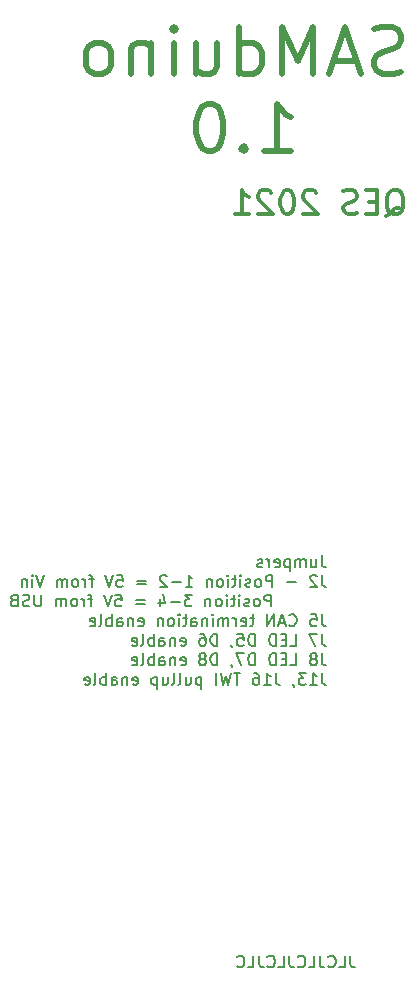
<source format=gbr>
G04 #@! TF.GenerationSoftware,KiCad,Pcbnew,(5.1.8)-1*
G04 #@! TF.CreationDate,2021-10-16T18:10:37-06:00*
G04 #@! TF.ProjectId,SAMduino,53414d64-7569-46e6-9f2e-6b696361645f,rev?*
G04 #@! TF.SameCoordinates,Original*
G04 #@! TF.FileFunction,Legend,Bot*
G04 #@! TF.FilePolarity,Positive*
%FSLAX46Y46*%
G04 Gerber Fmt 4.6, Leading zero omitted, Abs format (unit mm)*
G04 Created by KiCad (PCBNEW (5.1.8)-1) date 2021-10-16 18:10:37*
%MOMM*%
%LPD*%
G01*
G04 APERTURE LIST*
%ADD10C,0.160000*%
%ADD11C,0.300000*%
%ADD12C,0.500000*%
G04 APERTURE END LIST*
D10*
X64119047Y-148802380D02*
X64119047Y-149516666D01*
X64166666Y-149659523D01*
X64261904Y-149754761D01*
X64404761Y-149802380D01*
X64500000Y-149802380D01*
X63166666Y-149802380D02*
X63642857Y-149802380D01*
X63642857Y-148802380D01*
X62261904Y-149707142D02*
X62309523Y-149754761D01*
X62452380Y-149802380D01*
X62547619Y-149802380D01*
X62690476Y-149754761D01*
X62785714Y-149659523D01*
X62833333Y-149564285D01*
X62880952Y-149373809D01*
X62880952Y-149230952D01*
X62833333Y-149040476D01*
X62785714Y-148945238D01*
X62690476Y-148850000D01*
X62547619Y-148802380D01*
X62452380Y-148802380D01*
X62309523Y-148850000D01*
X62261904Y-148897619D01*
X61547619Y-148802380D02*
X61547619Y-149516666D01*
X61595238Y-149659523D01*
X61690476Y-149754761D01*
X61833333Y-149802380D01*
X61928571Y-149802380D01*
X60595238Y-149802380D02*
X61071428Y-149802380D01*
X61071428Y-148802380D01*
X59690476Y-149707142D02*
X59738095Y-149754761D01*
X59880952Y-149802380D01*
X59976190Y-149802380D01*
X60119047Y-149754761D01*
X60214285Y-149659523D01*
X60261904Y-149564285D01*
X60309523Y-149373809D01*
X60309523Y-149230952D01*
X60261904Y-149040476D01*
X60214285Y-148945238D01*
X60119047Y-148850000D01*
X59976190Y-148802380D01*
X59880952Y-148802380D01*
X59738095Y-148850000D01*
X59690476Y-148897619D01*
X58976190Y-148802380D02*
X58976190Y-149516666D01*
X59023809Y-149659523D01*
X59119047Y-149754761D01*
X59261904Y-149802380D01*
X59357142Y-149802380D01*
X58023809Y-149802380D02*
X58500000Y-149802380D01*
X58500000Y-148802380D01*
X57119047Y-149707142D02*
X57166666Y-149754761D01*
X57309523Y-149802380D01*
X57404761Y-149802380D01*
X57547619Y-149754761D01*
X57642857Y-149659523D01*
X57690476Y-149564285D01*
X57738095Y-149373809D01*
X57738095Y-149230952D01*
X57690476Y-149040476D01*
X57642857Y-148945238D01*
X57547619Y-148850000D01*
X57404761Y-148802380D01*
X57309523Y-148802380D01*
X57166666Y-148850000D01*
X57119047Y-148897619D01*
X56404761Y-148802380D02*
X56404761Y-149516666D01*
X56452380Y-149659523D01*
X56547619Y-149754761D01*
X56690476Y-149802380D01*
X56785714Y-149802380D01*
X55452380Y-149802380D02*
X55928571Y-149802380D01*
X55928571Y-148802380D01*
X54547619Y-149707142D02*
X54595238Y-149754761D01*
X54738095Y-149802380D01*
X54833333Y-149802380D01*
X54976190Y-149754761D01*
X55071428Y-149659523D01*
X55119047Y-149564285D01*
X55166666Y-149373809D01*
X55166666Y-149230952D01*
X55119047Y-149040476D01*
X55071428Y-148945238D01*
X54976190Y-148850000D01*
X54833333Y-148802380D01*
X54738095Y-148802380D01*
X54595238Y-148850000D01*
X54547619Y-148897619D01*
D11*
X67166666Y-86195238D02*
X67357142Y-86100000D01*
X67547619Y-85909523D01*
X67833333Y-85623809D01*
X68023809Y-85528571D01*
X68214285Y-85528571D01*
X68119047Y-86004761D02*
X68309523Y-85909523D01*
X68500000Y-85719047D01*
X68595238Y-85338095D01*
X68595238Y-84671428D01*
X68500000Y-84290476D01*
X68309523Y-84100000D01*
X68119047Y-84004761D01*
X67738095Y-84004761D01*
X67547619Y-84100000D01*
X67357142Y-84290476D01*
X67261904Y-84671428D01*
X67261904Y-85338095D01*
X67357142Y-85719047D01*
X67547619Y-85909523D01*
X67738095Y-86004761D01*
X68119047Y-86004761D01*
X66404761Y-84957142D02*
X65738095Y-84957142D01*
X65452380Y-86004761D02*
X66404761Y-86004761D01*
X66404761Y-84004761D01*
X65452380Y-84004761D01*
X64690476Y-85909523D02*
X64404761Y-86004761D01*
X63928571Y-86004761D01*
X63738095Y-85909523D01*
X63642857Y-85814285D01*
X63547619Y-85623809D01*
X63547619Y-85433333D01*
X63642857Y-85242857D01*
X63738095Y-85147619D01*
X63928571Y-85052380D01*
X64309523Y-84957142D01*
X64500000Y-84861904D01*
X64595238Y-84766666D01*
X64690476Y-84576190D01*
X64690476Y-84385714D01*
X64595238Y-84195238D01*
X64500000Y-84100000D01*
X64309523Y-84004761D01*
X63833333Y-84004761D01*
X63547619Y-84100000D01*
X61261904Y-84195238D02*
X61166666Y-84100000D01*
X60976190Y-84004761D01*
X60500000Y-84004761D01*
X60309523Y-84100000D01*
X60214285Y-84195238D01*
X60119047Y-84385714D01*
X60119047Y-84576190D01*
X60214285Y-84861904D01*
X61357142Y-86004761D01*
X60119047Y-86004761D01*
X58880952Y-84004761D02*
X58690476Y-84004761D01*
X58500000Y-84100000D01*
X58404761Y-84195238D01*
X58309523Y-84385714D01*
X58214285Y-84766666D01*
X58214285Y-85242857D01*
X58309523Y-85623809D01*
X58404761Y-85814285D01*
X58500000Y-85909523D01*
X58690476Y-86004761D01*
X58880952Y-86004761D01*
X59071428Y-85909523D01*
X59166666Y-85814285D01*
X59261904Y-85623809D01*
X59357142Y-85242857D01*
X59357142Y-84766666D01*
X59261904Y-84385714D01*
X59166666Y-84195238D01*
X59071428Y-84100000D01*
X58880952Y-84004761D01*
X57452380Y-84195238D02*
X57357142Y-84100000D01*
X57166666Y-84004761D01*
X56690476Y-84004761D01*
X56500000Y-84100000D01*
X56404761Y-84195238D01*
X56309523Y-84385714D01*
X56309523Y-84576190D01*
X56404761Y-84861904D01*
X57547619Y-86004761D01*
X56309523Y-86004761D01*
X54404761Y-86004761D02*
X55547619Y-86004761D01*
X54976190Y-86004761D02*
X54976190Y-84004761D01*
X55166666Y-84290476D01*
X55357142Y-84480952D01*
X55547619Y-84576190D01*
D10*
X61722190Y-114922380D02*
X61722190Y-115636666D01*
X61769809Y-115779523D01*
X61865047Y-115874761D01*
X62007904Y-115922380D01*
X62103142Y-115922380D01*
X60817428Y-115255714D02*
X60817428Y-115922380D01*
X61246000Y-115255714D02*
X61246000Y-115779523D01*
X61198380Y-115874761D01*
X61103142Y-115922380D01*
X60960285Y-115922380D01*
X60865047Y-115874761D01*
X60817428Y-115827142D01*
X60341238Y-115922380D02*
X60341238Y-115255714D01*
X60341238Y-115350952D02*
X60293619Y-115303333D01*
X60198380Y-115255714D01*
X60055523Y-115255714D01*
X59960285Y-115303333D01*
X59912666Y-115398571D01*
X59912666Y-115922380D01*
X59912666Y-115398571D02*
X59865047Y-115303333D01*
X59769809Y-115255714D01*
X59626952Y-115255714D01*
X59531714Y-115303333D01*
X59484095Y-115398571D01*
X59484095Y-115922380D01*
X59007904Y-115255714D02*
X59007904Y-116255714D01*
X59007904Y-115303333D02*
X58912666Y-115255714D01*
X58722190Y-115255714D01*
X58626952Y-115303333D01*
X58579333Y-115350952D01*
X58531714Y-115446190D01*
X58531714Y-115731904D01*
X58579333Y-115827142D01*
X58626952Y-115874761D01*
X58722190Y-115922380D01*
X58912666Y-115922380D01*
X59007904Y-115874761D01*
X57722190Y-115874761D02*
X57817428Y-115922380D01*
X58007904Y-115922380D01*
X58103142Y-115874761D01*
X58150761Y-115779523D01*
X58150761Y-115398571D01*
X58103142Y-115303333D01*
X58007904Y-115255714D01*
X57817428Y-115255714D01*
X57722190Y-115303333D01*
X57674571Y-115398571D01*
X57674571Y-115493809D01*
X58150761Y-115589047D01*
X57246000Y-115922380D02*
X57246000Y-115255714D01*
X57246000Y-115446190D02*
X57198380Y-115350952D01*
X57150761Y-115303333D01*
X57055523Y-115255714D01*
X56960285Y-115255714D01*
X56674571Y-115874761D02*
X56579333Y-115922380D01*
X56388857Y-115922380D01*
X56293619Y-115874761D01*
X56246000Y-115779523D01*
X56246000Y-115731904D01*
X56293619Y-115636666D01*
X56388857Y-115589047D01*
X56531714Y-115589047D01*
X56626952Y-115541428D01*
X56674571Y-115446190D01*
X56674571Y-115398571D01*
X56626952Y-115303333D01*
X56531714Y-115255714D01*
X56388857Y-115255714D01*
X56293619Y-115303333D01*
X61722190Y-116582380D02*
X61722190Y-117296666D01*
X61769809Y-117439523D01*
X61865047Y-117534761D01*
X62007904Y-117582380D01*
X62103142Y-117582380D01*
X61293619Y-116677619D02*
X61246000Y-116630000D01*
X61150761Y-116582380D01*
X60912666Y-116582380D01*
X60817428Y-116630000D01*
X60769809Y-116677619D01*
X60722190Y-116772857D01*
X60722190Y-116868095D01*
X60769809Y-117010952D01*
X61341238Y-117582380D01*
X60722190Y-117582380D01*
X59531714Y-117201428D02*
X58769809Y-117201428D01*
X57531714Y-117582380D02*
X57531714Y-116582380D01*
X57150761Y-116582380D01*
X57055523Y-116630000D01*
X57007904Y-116677619D01*
X56960285Y-116772857D01*
X56960285Y-116915714D01*
X57007904Y-117010952D01*
X57055523Y-117058571D01*
X57150761Y-117106190D01*
X57531714Y-117106190D01*
X56388857Y-117582380D02*
X56484095Y-117534761D01*
X56531714Y-117487142D01*
X56579333Y-117391904D01*
X56579333Y-117106190D01*
X56531714Y-117010952D01*
X56484095Y-116963333D01*
X56388857Y-116915714D01*
X56246000Y-116915714D01*
X56150761Y-116963333D01*
X56103142Y-117010952D01*
X56055523Y-117106190D01*
X56055523Y-117391904D01*
X56103142Y-117487142D01*
X56150761Y-117534761D01*
X56246000Y-117582380D01*
X56388857Y-117582380D01*
X55674571Y-117534761D02*
X55579333Y-117582380D01*
X55388857Y-117582380D01*
X55293619Y-117534761D01*
X55246000Y-117439523D01*
X55246000Y-117391904D01*
X55293619Y-117296666D01*
X55388857Y-117249047D01*
X55531714Y-117249047D01*
X55626952Y-117201428D01*
X55674571Y-117106190D01*
X55674571Y-117058571D01*
X55626952Y-116963333D01*
X55531714Y-116915714D01*
X55388857Y-116915714D01*
X55293619Y-116963333D01*
X54817428Y-117582380D02*
X54817428Y-116915714D01*
X54817428Y-116582380D02*
X54865047Y-116630000D01*
X54817428Y-116677619D01*
X54769809Y-116630000D01*
X54817428Y-116582380D01*
X54817428Y-116677619D01*
X54484095Y-116915714D02*
X54103142Y-116915714D01*
X54341238Y-116582380D02*
X54341238Y-117439523D01*
X54293619Y-117534761D01*
X54198380Y-117582380D01*
X54103142Y-117582380D01*
X53769809Y-117582380D02*
X53769809Y-116915714D01*
X53769809Y-116582380D02*
X53817428Y-116630000D01*
X53769809Y-116677619D01*
X53722190Y-116630000D01*
X53769809Y-116582380D01*
X53769809Y-116677619D01*
X53150761Y-117582380D02*
X53246000Y-117534761D01*
X53293619Y-117487142D01*
X53341238Y-117391904D01*
X53341238Y-117106190D01*
X53293619Y-117010952D01*
X53246000Y-116963333D01*
X53150761Y-116915714D01*
X53007904Y-116915714D01*
X52912666Y-116963333D01*
X52865047Y-117010952D01*
X52817428Y-117106190D01*
X52817428Y-117391904D01*
X52865047Y-117487142D01*
X52912666Y-117534761D01*
X53007904Y-117582380D01*
X53150761Y-117582380D01*
X52388857Y-116915714D02*
X52388857Y-117582380D01*
X52388857Y-117010952D02*
X52341238Y-116963333D01*
X52246000Y-116915714D01*
X52103142Y-116915714D01*
X52007904Y-116963333D01*
X51960285Y-117058571D01*
X51960285Y-117582380D01*
X50198380Y-117582380D02*
X50769809Y-117582380D01*
X50484095Y-117582380D02*
X50484095Y-116582380D01*
X50579333Y-116725238D01*
X50674571Y-116820476D01*
X50769809Y-116868095D01*
X49769809Y-117201428D02*
X49007904Y-117201428D01*
X48579333Y-116677619D02*
X48531714Y-116630000D01*
X48436476Y-116582380D01*
X48198380Y-116582380D01*
X48103142Y-116630000D01*
X48055523Y-116677619D01*
X48007904Y-116772857D01*
X48007904Y-116868095D01*
X48055523Y-117010952D01*
X48626952Y-117582380D01*
X48007904Y-117582380D01*
X46817428Y-117058571D02*
X46055523Y-117058571D01*
X46055523Y-117344285D02*
X46817428Y-117344285D01*
X44341238Y-116582380D02*
X44817428Y-116582380D01*
X44865047Y-117058571D01*
X44817428Y-117010952D01*
X44722190Y-116963333D01*
X44484095Y-116963333D01*
X44388857Y-117010952D01*
X44341238Y-117058571D01*
X44293619Y-117153809D01*
X44293619Y-117391904D01*
X44341238Y-117487142D01*
X44388857Y-117534761D01*
X44484095Y-117582380D01*
X44722190Y-117582380D01*
X44817428Y-117534761D01*
X44865047Y-117487142D01*
X44007904Y-116582380D02*
X43674571Y-117582380D01*
X43341238Y-116582380D01*
X42388857Y-116915714D02*
X42007904Y-116915714D01*
X42246000Y-117582380D02*
X42246000Y-116725238D01*
X42198380Y-116630000D01*
X42103142Y-116582380D01*
X42007904Y-116582380D01*
X41674571Y-117582380D02*
X41674571Y-116915714D01*
X41674571Y-117106190D02*
X41626952Y-117010952D01*
X41579333Y-116963333D01*
X41484095Y-116915714D01*
X41388857Y-116915714D01*
X40912666Y-117582380D02*
X41007904Y-117534761D01*
X41055523Y-117487142D01*
X41103142Y-117391904D01*
X41103142Y-117106190D01*
X41055523Y-117010952D01*
X41007904Y-116963333D01*
X40912666Y-116915714D01*
X40769809Y-116915714D01*
X40674571Y-116963333D01*
X40626952Y-117010952D01*
X40579333Y-117106190D01*
X40579333Y-117391904D01*
X40626952Y-117487142D01*
X40674571Y-117534761D01*
X40769809Y-117582380D01*
X40912666Y-117582380D01*
X40150761Y-117582380D02*
X40150761Y-116915714D01*
X40150761Y-117010952D02*
X40103142Y-116963333D01*
X40007904Y-116915714D01*
X39865047Y-116915714D01*
X39769809Y-116963333D01*
X39722190Y-117058571D01*
X39722190Y-117582380D01*
X39722190Y-117058571D02*
X39674571Y-116963333D01*
X39579333Y-116915714D01*
X39436476Y-116915714D01*
X39341238Y-116963333D01*
X39293619Y-117058571D01*
X39293619Y-117582380D01*
X38198380Y-116582380D02*
X37865047Y-117582380D01*
X37531714Y-116582380D01*
X37198380Y-117582380D02*
X37198380Y-116915714D01*
X37198380Y-116582380D02*
X37246000Y-116630000D01*
X37198380Y-116677619D01*
X37150761Y-116630000D01*
X37198380Y-116582380D01*
X37198380Y-116677619D01*
X36722190Y-116915714D02*
X36722190Y-117582380D01*
X36722190Y-117010952D02*
X36674571Y-116963333D01*
X36579333Y-116915714D01*
X36436476Y-116915714D01*
X36341238Y-116963333D01*
X36293619Y-117058571D01*
X36293619Y-117582380D01*
X57436476Y-119242380D02*
X57436476Y-118242380D01*
X57055523Y-118242380D01*
X56960285Y-118290000D01*
X56912666Y-118337619D01*
X56865047Y-118432857D01*
X56865047Y-118575714D01*
X56912666Y-118670952D01*
X56960285Y-118718571D01*
X57055523Y-118766190D01*
X57436476Y-118766190D01*
X56293619Y-119242380D02*
X56388857Y-119194761D01*
X56436476Y-119147142D01*
X56484095Y-119051904D01*
X56484095Y-118766190D01*
X56436476Y-118670952D01*
X56388857Y-118623333D01*
X56293619Y-118575714D01*
X56150761Y-118575714D01*
X56055523Y-118623333D01*
X56007904Y-118670952D01*
X55960285Y-118766190D01*
X55960285Y-119051904D01*
X56007904Y-119147142D01*
X56055523Y-119194761D01*
X56150761Y-119242380D01*
X56293619Y-119242380D01*
X55579333Y-119194761D02*
X55484095Y-119242380D01*
X55293619Y-119242380D01*
X55198380Y-119194761D01*
X55150761Y-119099523D01*
X55150761Y-119051904D01*
X55198380Y-118956666D01*
X55293619Y-118909047D01*
X55436476Y-118909047D01*
X55531714Y-118861428D01*
X55579333Y-118766190D01*
X55579333Y-118718571D01*
X55531714Y-118623333D01*
X55436476Y-118575714D01*
X55293619Y-118575714D01*
X55198380Y-118623333D01*
X54722190Y-119242380D02*
X54722190Y-118575714D01*
X54722190Y-118242380D02*
X54769809Y-118290000D01*
X54722190Y-118337619D01*
X54674571Y-118290000D01*
X54722190Y-118242380D01*
X54722190Y-118337619D01*
X54388857Y-118575714D02*
X54007904Y-118575714D01*
X54246000Y-118242380D02*
X54246000Y-119099523D01*
X54198380Y-119194761D01*
X54103142Y-119242380D01*
X54007904Y-119242380D01*
X53674571Y-119242380D02*
X53674571Y-118575714D01*
X53674571Y-118242380D02*
X53722190Y-118290000D01*
X53674571Y-118337619D01*
X53626952Y-118290000D01*
X53674571Y-118242380D01*
X53674571Y-118337619D01*
X53055523Y-119242380D02*
X53150761Y-119194761D01*
X53198380Y-119147142D01*
X53246000Y-119051904D01*
X53246000Y-118766190D01*
X53198380Y-118670952D01*
X53150761Y-118623333D01*
X53055523Y-118575714D01*
X52912666Y-118575714D01*
X52817428Y-118623333D01*
X52769809Y-118670952D01*
X52722190Y-118766190D01*
X52722190Y-119051904D01*
X52769809Y-119147142D01*
X52817428Y-119194761D01*
X52912666Y-119242380D01*
X53055523Y-119242380D01*
X52293619Y-118575714D02*
X52293619Y-119242380D01*
X52293619Y-118670952D02*
X52246000Y-118623333D01*
X52150761Y-118575714D01*
X52007904Y-118575714D01*
X51912666Y-118623333D01*
X51865047Y-118718571D01*
X51865047Y-119242380D01*
X50722190Y-118242380D02*
X50103142Y-118242380D01*
X50436476Y-118623333D01*
X50293619Y-118623333D01*
X50198380Y-118670952D01*
X50150761Y-118718571D01*
X50103142Y-118813809D01*
X50103142Y-119051904D01*
X50150761Y-119147142D01*
X50198380Y-119194761D01*
X50293619Y-119242380D01*
X50579333Y-119242380D01*
X50674571Y-119194761D01*
X50722190Y-119147142D01*
X49674571Y-118861428D02*
X48912666Y-118861428D01*
X48007904Y-118575714D02*
X48007904Y-119242380D01*
X48246000Y-118194761D02*
X48484095Y-118909047D01*
X47865047Y-118909047D01*
X46722190Y-118718571D02*
X45960285Y-118718571D01*
X45960285Y-119004285D02*
X46722190Y-119004285D01*
X44246000Y-118242380D02*
X44722190Y-118242380D01*
X44769809Y-118718571D01*
X44722190Y-118670952D01*
X44626952Y-118623333D01*
X44388857Y-118623333D01*
X44293619Y-118670952D01*
X44246000Y-118718571D01*
X44198380Y-118813809D01*
X44198380Y-119051904D01*
X44246000Y-119147142D01*
X44293619Y-119194761D01*
X44388857Y-119242380D01*
X44626952Y-119242380D01*
X44722190Y-119194761D01*
X44769809Y-119147142D01*
X43912666Y-118242380D02*
X43579333Y-119242380D01*
X43246000Y-118242380D01*
X42293619Y-118575714D02*
X41912666Y-118575714D01*
X42150761Y-119242380D02*
X42150761Y-118385238D01*
X42103142Y-118290000D01*
X42007904Y-118242380D01*
X41912666Y-118242380D01*
X41579333Y-119242380D02*
X41579333Y-118575714D01*
X41579333Y-118766190D02*
X41531714Y-118670952D01*
X41484095Y-118623333D01*
X41388857Y-118575714D01*
X41293619Y-118575714D01*
X40817428Y-119242380D02*
X40912666Y-119194761D01*
X40960285Y-119147142D01*
X41007904Y-119051904D01*
X41007904Y-118766190D01*
X40960285Y-118670952D01*
X40912666Y-118623333D01*
X40817428Y-118575714D01*
X40674571Y-118575714D01*
X40579333Y-118623333D01*
X40531714Y-118670952D01*
X40484095Y-118766190D01*
X40484095Y-119051904D01*
X40531714Y-119147142D01*
X40579333Y-119194761D01*
X40674571Y-119242380D01*
X40817428Y-119242380D01*
X40055523Y-119242380D02*
X40055523Y-118575714D01*
X40055523Y-118670952D02*
X40007904Y-118623333D01*
X39912666Y-118575714D01*
X39769809Y-118575714D01*
X39674571Y-118623333D01*
X39626952Y-118718571D01*
X39626952Y-119242380D01*
X39626952Y-118718571D02*
X39579333Y-118623333D01*
X39484095Y-118575714D01*
X39341238Y-118575714D01*
X39246000Y-118623333D01*
X39198380Y-118718571D01*
X39198380Y-119242380D01*
X37960285Y-118242380D02*
X37960285Y-119051904D01*
X37912666Y-119147142D01*
X37865047Y-119194761D01*
X37769809Y-119242380D01*
X37579333Y-119242380D01*
X37484095Y-119194761D01*
X37436476Y-119147142D01*
X37388857Y-119051904D01*
X37388857Y-118242380D01*
X36960285Y-119194761D02*
X36817428Y-119242380D01*
X36579333Y-119242380D01*
X36484095Y-119194761D01*
X36436476Y-119147142D01*
X36388857Y-119051904D01*
X36388857Y-118956666D01*
X36436476Y-118861428D01*
X36484095Y-118813809D01*
X36579333Y-118766190D01*
X36769809Y-118718571D01*
X36865047Y-118670952D01*
X36912666Y-118623333D01*
X36960285Y-118528095D01*
X36960285Y-118432857D01*
X36912666Y-118337619D01*
X36865047Y-118290000D01*
X36769809Y-118242380D01*
X36531714Y-118242380D01*
X36388857Y-118290000D01*
X35626952Y-118718571D02*
X35484095Y-118766190D01*
X35436476Y-118813809D01*
X35388857Y-118909047D01*
X35388857Y-119051904D01*
X35436476Y-119147142D01*
X35484095Y-119194761D01*
X35579333Y-119242380D01*
X35960285Y-119242380D01*
X35960285Y-118242380D01*
X35626952Y-118242380D01*
X35531714Y-118290000D01*
X35484095Y-118337619D01*
X35436476Y-118432857D01*
X35436476Y-118528095D01*
X35484095Y-118623333D01*
X35531714Y-118670952D01*
X35626952Y-118718571D01*
X35960285Y-118718571D01*
X61722190Y-119902380D02*
X61722190Y-120616666D01*
X61769809Y-120759523D01*
X61865047Y-120854761D01*
X62007904Y-120902380D01*
X62103142Y-120902380D01*
X60769809Y-119902380D02*
X61246000Y-119902380D01*
X61293619Y-120378571D01*
X61246000Y-120330952D01*
X61150761Y-120283333D01*
X60912666Y-120283333D01*
X60817428Y-120330952D01*
X60769809Y-120378571D01*
X60722190Y-120473809D01*
X60722190Y-120711904D01*
X60769809Y-120807142D01*
X60817428Y-120854761D01*
X60912666Y-120902380D01*
X61150761Y-120902380D01*
X61246000Y-120854761D01*
X61293619Y-120807142D01*
X58960285Y-120807142D02*
X59007904Y-120854761D01*
X59150761Y-120902380D01*
X59246000Y-120902380D01*
X59388857Y-120854761D01*
X59484095Y-120759523D01*
X59531714Y-120664285D01*
X59579333Y-120473809D01*
X59579333Y-120330952D01*
X59531714Y-120140476D01*
X59484095Y-120045238D01*
X59388857Y-119950000D01*
X59246000Y-119902380D01*
X59150761Y-119902380D01*
X59007904Y-119950000D01*
X58960285Y-119997619D01*
X58579333Y-120616666D02*
X58103142Y-120616666D01*
X58674571Y-120902380D02*
X58341238Y-119902380D01*
X58007904Y-120902380D01*
X57674571Y-120902380D02*
X57674571Y-119902380D01*
X57103142Y-120902380D01*
X57103142Y-119902380D01*
X56007904Y-120235714D02*
X55626952Y-120235714D01*
X55865047Y-119902380D02*
X55865047Y-120759523D01*
X55817428Y-120854761D01*
X55722190Y-120902380D01*
X55626952Y-120902380D01*
X54912666Y-120854761D02*
X55007904Y-120902380D01*
X55198380Y-120902380D01*
X55293619Y-120854761D01*
X55341238Y-120759523D01*
X55341238Y-120378571D01*
X55293619Y-120283333D01*
X55198380Y-120235714D01*
X55007904Y-120235714D01*
X54912666Y-120283333D01*
X54865047Y-120378571D01*
X54865047Y-120473809D01*
X55341238Y-120569047D01*
X54436476Y-120902380D02*
X54436476Y-120235714D01*
X54436476Y-120426190D02*
X54388857Y-120330952D01*
X54341238Y-120283333D01*
X54246000Y-120235714D01*
X54150761Y-120235714D01*
X53817428Y-120902380D02*
X53817428Y-120235714D01*
X53817428Y-120330952D02*
X53769809Y-120283333D01*
X53674571Y-120235714D01*
X53531714Y-120235714D01*
X53436476Y-120283333D01*
X53388857Y-120378571D01*
X53388857Y-120902380D01*
X53388857Y-120378571D02*
X53341238Y-120283333D01*
X53246000Y-120235714D01*
X53103142Y-120235714D01*
X53007904Y-120283333D01*
X52960285Y-120378571D01*
X52960285Y-120902380D01*
X52484095Y-120902380D02*
X52484095Y-120235714D01*
X52484095Y-119902380D02*
X52531714Y-119950000D01*
X52484095Y-119997619D01*
X52436476Y-119950000D01*
X52484095Y-119902380D01*
X52484095Y-119997619D01*
X52007904Y-120235714D02*
X52007904Y-120902380D01*
X52007904Y-120330952D02*
X51960285Y-120283333D01*
X51865047Y-120235714D01*
X51722190Y-120235714D01*
X51626952Y-120283333D01*
X51579333Y-120378571D01*
X51579333Y-120902380D01*
X50674571Y-120902380D02*
X50674571Y-120378571D01*
X50722190Y-120283333D01*
X50817428Y-120235714D01*
X51007904Y-120235714D01*
X51103142Y-120283333D01*
X50674571Y-120854761D02*
X50769809Y-120902380D01*
X51007904Y-120902380D01*
X51103142Y-120854761D01*
X51150761Y-120759523D01*
X51150761Y-120664285D01*
X51103142Y-120569047D01*
X51007904Y-120521428D01*
X50769809Y-120521428D01*
X50674571Y-120473809D01*
X50341238Y-120235714D02*
X49960285Y-120235714D01*
X50198380Y-119902380D02*
X50198380Y-120759523D01*
X50150761Y-120854761D01*
X50055523Y-120902380D01*
X49960285Y-120902380D01*
X49626952Y-120902380D02*
X49626952Y-120235714D01*
X49626952Y-119902380D02*
X49674571Y-119950000D01*
X49626952Y-119997619D01*
X49579333Y-119950000D01*
X49626952Y-119902380D01*
X49626952Y-119997619D01*
X49007904Y-120902380D02*
X49103142Y-120854761D01*
X49150761Y-120807142D01*
X49198380Y-120711904D01*
X49198380Y-120426190D01*
X49150761Y-120330952D01*
X49103142Y-120283333D01*
X49007904Y-120235714D01*
X48865047Y-120235714D01*
X48769809Y-120283333D01*
X48722190Y-120330952D01*
X48674571Y-120426190D01*
X48674571Y-120711904D01*
X48722190Y-120807142D01*
X48769809Y-120854761D01*
X48865047Y-120902380D01*
X49007904Y-120902380D01*
X48246000Y-120235714D02*
X48246000Y-120902380D01*
X48246000Y-120330952D02*
X48198380Y-120283333D01*
X48103142Y-120235714D01*
X47960285Y-120235714D01*
X47865047Y-120283333D01*
X47817428Y-120378571D01*
X47817428Y-120902380D01*
X46198380Y-120854761D02*
X46293619Y-120902380D01*
X46484095Y-120902380D01*
X46579333Y-120854761D01*
X46626952Y-120759523D01*
X46626952Y-120378571D01*
X46579333Y-120283333D01*
X46484095Y-120235714D01*
X46293619Y-120235714D01*
X46198380Y-120283333D01*
X46150761Y-120378571D01*
X46150761Y-120473809D01*
X46626952Y-120569047D01*
X45722190Y-120235714D02*
X45722190Y-120902380D01*
X45722190Y-120330952D02*
X45674571Y-120283333D01*
X45579333Y-120235714D01*
X45436476Y-120235714D01*
X45341238Y-120283333D01*
X45293619Y-120378571D01*
X45293619Y-120902380D01*
X44388857Y-120902380D02*
X44388857Y-120378571D01*
X44436476Y-120283333D01*
X44531714Y-120235714D01*
X44722190Y-120235714D01*
X44817428Y-120283333D01*
X44388857Y-120854761D02*
X44484095Y-120902380D01*
X44722190Y-120902380D01*
X44817428Y-120854761D01*
X44865047Y-120759523D01*
X44865047Y-120664285D01*
X44817428Y-120569047D01*
X44722190Y-120521428D01*
X44484095Y-120521428D01*
X44388857Y-120473809D01*
X43912666Y-120902380D02*
X43912666Y-119902380D01*
X43912666Y-120283333D02*
X43817428Y-120235714D01*
X43626952Y-120235714D01*
X43531714Y-120283333D01*
X43484095Y-120330952D01*
X43436476Y-120426190D01*
X43436476Y-120711904D01*
X43484095Y-120807142D01*
X43531714Y-120854761D01*
X43626952Y-120902380D01*
X43817428Y-120902380D01*
X43912666Y-120854761D01*
X42865047Y-120902380D02*
X42960285Y-120854761D01*
X43007904Y-120759523D01*
X43007904Y-119902380D01*
X42103142Y-120854761D02*
X42198380Y-120902380D01*
X42388857Y-120902380D01*
X42484095Y-120854761D01*
X42531714Y-120759523D01*
X42531714Y-120378571D01*
X42484095Y-120283333D01*
X42388857Y-120235714D01*
X42198380Y-120235714D01*
X42103142Y-120283333D01*
X42055523Y-120378571D01*
X42055523Y-120473809D01*
X42531714Y-120569047D01*
X61722190Y-121562380D02*
X61722190Y-122276666D01*
X61769809Y-122419523D01*
X61865047Y-122514761D01*
X62007904Y-122562380D01*
X62103142Y-122562380D01*
X61341238Y-121562380D02*
X60674571Y-121562380D01*
X61103142Y-122562380D01*
X59055523Y-122562380D02*
X59531714Y-122562380D01*
X59531714Y-121562380D01*
X58722190Y-122038571D02*
X58388857Y-122038571D01*
X58246000Y-122562380D02*
X58722190Y-122562380D01*
X58722190Y-121562380D01*
X58246000Y-121562380D01*
X57817428Y-122562380D02*
X57817428Y-121562380D01*
X57579333Y-121562380D01*
X57436476Y-121610000D01*
X57341238Y-121705238D01*
X57293619Y-121800476D01*
X57246000Y-121990952D01*
X57246000Y-122133809D01*
X57293619Y-122324285D01*
X57341238Y-122419523D01*
X57436476Y-122514761D01*
X57579333Y-122562380D01*
X57817428Y-122562380D01*
X56055523Y-122562380D02*
X56055523Y-121562380D01*
X55817428Y-121562380D01*
X55674571Y-121610000D01*
X55579333Y-121705238D01*
X55531714Y-121800476D01*
X55484095Y-121990952D01*
X55484095Y-122133809D01*
X55531714Y-122324285D01*
X55579333Y-122419523D01*
X55674571Y-122514761D01*
X55817428Y-122562380D01*
X56055523Y-122562380D01*
X54579333Y-121562380D02*
X55055523Y-121562380D01*
X55103142Y-122038571D01*
X55055523Y-121990952D01*
X54960285Y-121943333D01*
X54722190Y-121943333D01*
X54626952Y-121990952D01*
X54579333Y-122038571D01*
X54531714Y-122133809D01*
X54531714Y-122371904D01*
X54579333Y-122467142D01*
X54626952Y-122514761D01*
X54722190Y-122562380D01*
X54960285Y-122562380D01*
X55055523Y-122514761D01*
X55103142Y-122467142D01*
X54055523Y-122514761D02*
X54055523Y-122562380D01*
X54103142Y-122657619D01*
X54150761Y-122705238D01*
X52865047Y-122562380D02*
X52865047Y-121562380D01*
X52626952Y-121562380D01*
X52484095Y-121610000D01*
X52388857Y-121705238D01*
X52341238Y-121800476D01*
X52293619Y-121990952D01*
X52293619Y-122133809D01*
X52341238Y-122324285D01*
X52388857Y-122419523D01*
X52484095Y-122514761D01*
X52626952Y-122562380D01*
X52865047Y-122562380D01*
X51436476Y-121562380D02*
X51626952Y-121562380D01*
X51722190Y-121610000D01*
X51769809Y-121657619D01*
X51865047Y-121800476D01*
X51912666Y-121990952D01*
X51912666Y-122371904D01*
X51865047Y-122467142D01*
X51817428Y-122514761D01*
X51722190Y-122562380D01*
X51531714Y-122562380D01*
X51436476Y-122514761D01*
X51388857Y-122467142D01*
X51341238Y-122371904D01*
X51341238Y-122133809D01*
X51388857Y-122038571D01*
X51436476Y-121990952D01*
X51531714Y-121943333D01*
X51722190Y-121943333D01*
X51817428Y-121990952D01*
X51865047Y-122038571D01*
X51912666Y-122133809D01*
X49769809Y-122514761D02*
X49865047Y-122562380D01*
X50055523Y-122562380D01*
X50150761Y-122514761D01*
X50198380Y-122419523D01*
X50198380Y-122038571D01*
X50150761Y-121943333D01*
X50055523Y-121895714D01*
X49865047Y-121895714D01*
X49769809Y-121943333D01*
X49722190Y-122038571D01*
X49722190Y-122133809D01*
X50198380Y-122229047D01*
X49293619Y-121895714D02*
X49293619Y-122562380D01*
X49293619Y-121990952D02*
X49246000Y-121943333D01*
X49150761Y-121895714D01*
X49007904Y-121895714D01*
X48912666Y-121943333D01*
X48865047Y-122038571D01*
X48865047Y-122562380D01*
X47960285Y-122562380D02*
X47960285Y-122038571D01*
X48007904Y-121943333D01*
X48103142Y-121895714D01*
X48293619Y-121895714D01*
X48388857Y-121943333D01*
X47960285Y-122514761D02*
X48055523Y-122562380D01*
X48293619Y-122562380D01*
X48388857Y-122514761D01*
X48436476Y-122419523D01*
X48436476Y-122324285D01*
X48388857Y-122229047D01*
X48293619Y-122181428D01*
X48055523Y-122181428D01*
X47960285Y-122133809D01*
X47484095Y-122562380D02*
X47484095Y-121562380D01*
X47484095Y-121943333D02*
X47388857Y-121895714D01*
X47198380Y-121895714D01*
X47103142Y-121943333D01*
X47055523Y-121990952D01*
X47007904Y-122086190D01*
X47007904Y-122371904D01*
X47055523Y-122467142D01*
X47103142Y-122514761D01*
X47198380Y-122562380D01*
X47388857Y-122562380D01*
X47484095Y-122514761D01*
X46436476Y-122562380D02*
X46531714Y-122514761D01*
X46579333Y-122419523D01*
X46579333Y-121562380D01*
X45674571Y-122514761D02*
X45769809Y-122562380D01*
X45960285Y-122562380D01*
X46055523Y-122514761D01*
X46103142Y-122419523D01*
X46103142Y-122038571D01*
X46055523Y-121943333D01*
X45960285Y-121895714D01*
X45769809Y-121895714D01*
X45674571Y-121943333D01*
X45626952Y-122038571D01*
X45626952Y-122133809D01*
X46103142Y-122229047D01*
X61722190Y-123222380D02*
X61722190Y-123936666D01*
X61769809Y-124079523D01*
X61865047Y-124174761D01*
X62007904Y-124222380D01*
X62103142Y-124222380D01*
X61103142Y-123650952D02*
X61198380Y-123603333D01*
X61246000Y-123555714D01*
X61293619Y-123460476D01*
X61293619Y-123412857D01*
X61246000Y-123317619D01*
X61198380Y-123270000D01*
X61103142Y-123222380D01*
X60912666Y-123222380D01*
X60817428Y-123270000D01*
X60769809Y-123317619D01*
X60722190Y-123412857D01*
X60722190Y-123460476D01*
X60769809Y-123555714D01*
X60817428Y-123603333D01*
X60912666Y-123650952D01*
X61103142Y-123650952D01*
X61198380Y-123698571D01*
X61246000Y-123746190D01*
X61293619Y-123841428D01*
X61293619Y-124031904D01*
X61246000Y-124127142D01*
X61198380Y-124174761D01*
X61103142Y-124222380D01*
X60912666Y-124222380D01*
X60817428Y-124174761D01*
X60769809Y-124127142D01*
X60722190Y-124031904D01*
X60722190Y-123841428D01*
X60769809Y-123746190D01*
X60817428Y-123698571D01*
X60912666Y-123650952D01*
X59055523Y-124222380D02*
X59531714Y-124222380D01*
X59531714Y-123222380D01*
X58722190Y-123698571D02*
X58388857Y-123698571D01*
X58246000Y-124222380D02*
X58722190Y-124222380D01*
X58722190Y-123222380D01*
X58246000Y-123222380D01*
X57817428Y-124222380D02*
X57817428Y-123222380D01*
X57579333Y-123222380D01*
X57436476Y-123270000D01*
X57341238Y-123365238D01*
X57293619Y-123460476D01*
X57246000Y-123650952D01*
X57246000Y-123793809D01*
X57293619Y-123984285D01*
X57341238Y-124079523D01*
X57436476Y-124174761D01*
X57579333Y-124222380D01*
X57817428Y-124222380D01*
X56055523Y-124222380D02*
X56055523Y-123222380D01*
X55817428Y-123222380D01*
X55674571Y-123270000D01*
X55579333Y-123365238D01*
X55531714Y-123460476D01*
X55484095Y-123650952D01*
X55484095Y-123793809D01*
X55531714Y-123984285D01*
X55579333Y-124079523D01*
X55674571Y-124174761D01*
X55817428Y-124222380D01*
X56055523Y-124222380D01*
X55150761Y-123222380D02*
X54484095Y-123222380D01*
X54912666Y-124222380D01*
X54055523Y-124174761D02*
X54055523Y-124222380D01*
X54103142Y-124317619D01*
X54150761Y-124365238D01*
X52865047Y-124222380D02*
X52865047Y-123222380D01*
X52626952Y-123222380D01*
X52484095Y-123270000D01*
X52388857Y-123365238D01*
X52341238Y-123460476D01*
X52293619Y-123650952D01*
X52293619Y-123793809D01*
X52341238Y-123984285D01*
X52388857Y-124079523D01*
X52484095Y-124174761D01*
X52626952Y-124222380D01*
X52865047Y-124222380D01*
X51722190Y-123650952D02*
X51817428Y-123603333D01*
X51865047Y-123555714D01*
X51912666Y-123460476D01*
X51912666Y-123412857D01*
X51865047Y-123317619D01*
X51817428Y-123270000D01*
X51722190Y-123222380D01*
X51531714Y-123222380D01*
X51436476Y-123270000D01*
X51388857Y-123317619D01*
X51341238Y-123412857D01*
X51341238Y-123460476D01*
X51388857Y-123555714D01*
X51436476Y-123603333D01*
X51531714Y-123650952D01*
X51722190Y-123650952D01*
X51817428Y-123698571D01*
X51865047Y-123746190D01*
X51912666Y-123841428D01*
X51912666Y-124031904D01*
X51865047Y-124127142D01*
X51817428Y-124174761D01*
X51722190Y-124222380D01*
X51531714Y-124222380D01*
X51436476Y-124174761D01*
X51388857Y-124127142D01*
X51341238Y-124031904D01*
X51341238Y-123841428D01*
X51388857Y-123746190D01*
X51436476Y-123698571D01*
X51531714Y-123650952D01*
X49769809Y-124174761D02*
X49865047Y-124222380D01*
X50055523Y-124222380D01*
X50150761Y-124174761D01*
X50198380Y-124079523D01*
X50198380Y-123698571D01*
X50150761Y-123603333D01*
X50055523Y-123555714D01*
X49865047Y-123555714D01*
X49769809Y-123603333D01*
X49722190Y-123698571D01*
X49722190Y-123793809D01*
X50198380Y-123889047D01*
X49293619Y-123555714D02*
X49293619Y-124222380D01*
X49293619Y-123650952D02*
X49246000Y-123603333D01*
X49150761Y-123555714D01*
X49007904Y-123555714D01*
X48912666Y-123603333D01*
X48865047Y-123698571D01*
X48865047Y-124222380D01*
X47960285Y-124222380D02*
X47960285Y-123698571D01*
X48007904Y-123603333D01*
X48103142Y-123555714D01*
X48293619Y-123555714D01*
X48388857Y-123603333D01*
X47960285Y-124174761D02*
X48055523Y-124222380D01*
X48293619Y-124222380D01*
X48388857Y-124174761D01*
X48436476Y-124079523D01*
X48436476Y-123984285D01*
X48388857Y-123889047D01*
X48293619Y-123841428D01*
X48055523Y-123841428D01*
X47960285Y-123793809D01*
X47484095Y-124222380D02*
X47484095Y-123222380D01*
X47484095Y-123603333D02*
X47388857Y-123555714D01*
X47198380Y-123555714D01*
X47103142Y-123603333D01*
X47055523Y-123650952D01*
X47007904Y-123746190D01*
X47007904Y-124031904D01*
X47055523Y-124127142D01*
X47103142Y-124174761D01*
X47198380Y-124222380D01*
X47388857Y-124222380D01*
X47484095Y-124174761D01*
X46436476Y-124222380D02*
X46531714Y-124174761D01*
X46579333Y-124079523D01*
X46579333Y-123222380D01*
X45674571Y-124174761D02*
X45769809Y-124222380D01*
X45960285Y-124222380D01*
X46055523Y-124174761D01*
X46103142Y-124079523D01*
X46103142Y-123698571D01*
X46055523Y-123603333D01*
X45960285Y-123555714D01*
X45769809Y-123555714D01*
X45674571Y-123603333D01*
X45626952Y-123698571D01*
X45626952Y-123793809D01*
X46103142Y-123889047D01*
X61722190Y-124882380D02*
X61722190Y-125596666D01*
X61769809Y-125739523D01*
X61865047Y-125834761D01*
X62007904Y-125882380D01*
X62103142Y-125882380D01*
X60722190Y-125882380D02*
X61293619Y-125882380D01*
X61007904Y-125882380D02*
X61007904Y-124882380D01*
X61103142Y-125025238D01*
X61198380Y-125120476D01*
X61293619Y-125168095D01*
X60388857Y-124882380D02*
X59769809Y-124882380D01*
X60103142Y-125263333D01*
X59960285Y-125263333D01*
X59865047Y-125310952D01*
X59817428Y-125358571D01*
X59769809Y-125453809D01*
X59769809Y-125691904D01*
X59817428Y-125787142D01*
X59865047Y-125834761D01*
X59960285Y-125882380D01*
X60246000Y-125882380D01*
X60341238Y-125834761D01*
X60388857Y-125787142D01*
X59293619Y-125834761D02*
X59293619Y-125882380D01*
X59341238Y-125977619D01*
X59388857Y-126025238D01*
X57817428Y-124882380D02*
X57817428Y-125596666D01*
X57865047Y-125739523D01*
X57960285Y-125834761D01*
X58103142Y-125882380D01*
X58198380Y-125882380D01*
X56817428Y-125882380D02*
X57388857Y-125882380D01*
X57103142Y-125882380D02*
X57103142Y-124882380D01*
X57198380Y-125025238D01*
X57293619Y-125120476D01*
X57388857Y-125168095D01*
X55960285Y-124882380D02*
X56150761Y-124882380D01*
X56246000Y-124930000D01*
X56293619Y-124977619D01*
X56388857Y-125120476D01*
X56436476Y-125310952D01*
X56436476Y-125691904D01*
X56388857Y-125787142D01*
X56341238Y-125834761D01*
X56246000Y-125882380D01*
X56055523Y-125882380D01*
X55960285Y-125834761D01*
X55912666Y-125787142D01*
X55865047Y-125691904D01*
X55865047Y-125453809D01*
X55912666Y-125358571D01*
X55960285Y-125310952D01*
X56055523Y-125263333D01*
X56246000Y-125263333D01*
X56341238Y-125310952D01*
X56388857Y-125358571D01*
X56436476Y-125453809D01*
X54817428Y-124882380D02*
X54246000Y-124882380D01*
X54531714Y-125882380D02*
X54531714Y-124882380D01*
X54007904Y-124882380D02*
X53769809Y-125882380D01*
X53579333Y-125168095D01*
X53388857Y-125882380D01*
X53150761Y-124882380D01*
X52769809Y-125882380D02*
X52769809Y-124882380D01*
X51531714Y-125215714D02*
X51531714Y-126215714D01*
X51531714Y-125263333D02*
X51436476Y-125215714D01*
X51246000Y-125215714D01*
X51150761Y-125263333D01*
X51103142Y-125310952D01*
X51055523Y-125406190D01*
X51055523Y-125691904D01*
X51103142Y-125787142D01*
X51150761Y-125834761D01*
X51246000Y-125882380D01*
X51436476Y-125882380D01*
X51531714Y-125834761D01*
X50198380Y-125215714D02*
X50198380Y-125882380D01*
X50626952Y-125215714D02*
X50626952Y-125739523D01*
X50579333Y-125834761D01*
X50484095Y-125882380D01*
X50341238Y-125882380D01*
X50246000Y-125834761D01*
X50198380Y-125787142D01*
X49579333Y-125882380D02*
X49674571Y-125834761D01*
X49722190Y-125739523D01*
X49722190Y-124882380D01*
X49055523Y-125882380D02*
X49150761Y-125834761D01*
X49198380Y-125739523D01*
X49198380Y-124882380D01*
X48246000Y-125215714D02*
X48246000Y-125882380D01*
X48674571Y-125215714D02*
X48674571Y-125739523D01*
X48626952Y-125834761D01*
X48531714Y-125882380D01*
X48388857Y-125882380D01*
X48293619Y-125834761D01*
X48246000Y-125787142D01*
X47769809Y-125215714D02*
X47769809Y-126215714D01*
X47769809Y-125263333D02*
X47674571Y-125215714D01*
X47484095Y-125215714D01*
X47388857Y-125263333D01*
X47341238Y-125310952D01*
X47293619Y-125406190D01*
X47293619Y-125691904D01*
X47341238Y-125787142D01*
X47388857Y-125834761D01*
X47484095Y-125882380D01*
X47674571Y-125882380D01*
X47769809Y-125834761D01*
X45722190Y-125834761D02*
X45817428Y-125882380D01*
X46007904Y-125882380D01*
X46103142Y-125834761D01*
X46150761Y-125739523D01*
X46150761Y-125358571D01*
X46103142Y-125263333D01*
X46007904Y-125215714D01*
X45817428Y-125215714D01*
X45722190Y-125263333D01*
X45674571Y-125358571D01*
X45674571Y-125453809D01*
X46150761Y-125549047D01*
X45246000Y-125215714D02*
X45246000Y-125882380D01*
X45246000Y-125310952D02*
X45198380Y-125263333D01*
X45103142Y-125215714D01*
X44960285Y-125215714D01*
X44865047Y-125263333D01*
X44817428Y-125358571D01*
X44817428Y-125882380D01*
X43912666Y-125882380D02*
X43912666Y-125358571D01*
X43960285Y-125263333D01*
X44055523Y-125215714D01*
X44246000Y-125215714D01*
X44341238Y-125263333D01*
X43912666Y-125834761D02*
X44007904Y-125882380D01*
X44246000Y-125882380D01*
X44341238Y-125834761D01*
X44388857Y-125739523D01*
X44388857Y-125644285D01*
X44341238Y-125549047D01*
X44246000Y-125501428D01*
X44007904Y-125501428D01*
X43912666Y-125453809D01*
X43436476Y-125882380D02*
X43436476Y-124882380D01*
X43436476Y-125263333D02*
X43341238Y-125215714D01*
X43150761Y-125215714D01*
X43055523Y-125263333D01*
X43007904Y-125310952D01*
X42960285Y-125406190D01*
X42960285Y-125691904D01*
X43007904Y-125787142D01*
X43055523Y-125834761D01*
X43150761Y-125882380D01*
X43341238Y-125882380D01*
X43436476Y-125834761D01*
X42388857Y-125882380D02*
X42484095Y-125834761D01*
X42531714Y-125739523D01*
X42531714Y-124882380D01*
X41626952Y-125834761D02*
X41722190Y-125882380D01*
X41912666Y-125882380D01*
X42007904Y-125834761D01*
X42055523Y-125739523D01*
X42055523Y-125358571D01*
X42007904Y-125263333D01*
X41912666Y-125215714D01*
X41722190Y-125215714D01*
X41626952Y-125263333D01*
X41579333Y-125358571D01*
X41579333Y-125453809D01*
X42055523Y-125549047D01*
D12*
X68433333Y-73969047D02*
X67861904Y-74159523D01*
X66909523Y-74159523D01*
X66528571Y-73969047D01*
X66338095Y-73778571D01*
X66147619Y-73397619D01*
X66147619Y-73016666D01*
X66338095Y-72635714D01*
X66528571Y-72445238D01*
X66909523Y-72254761D01*
X67671428Y-72064285D01*
X68052380Y-71873809D01*
X68242857Y-71683333D01*
X68433333Y-71302380D01*
X68433333Y-70921428D01*
X68242857Y-70540476D01*
X68052380Y-70350000D01*
X67671428Y-70159523D01*
X66719047Y-70159523D01*
X66147619Y-70350000D01*
X64623809Y-73016666D02*
X62719047Y-73016666D01*
X65004761Y-74159523D02*
X63671428Y-70159523D01*
X62338095Y-74159523D01*
X61004761Y-74159523D02*
X61004761Y-70159523D01*
X59671428Y-73016666D01*
X58338095Y-70159523D01*
X58338095Y-74159523D01*
X54719047Y-74159523D02*
X54719047Y-70159523D01*
X54719047Y-73969047D02*
X55100000Y-74159523D01*
X55861904Y-74159523D01*
X56242857Y-73969047D01*
X56433333Y-73778571D01*
X56623809Y-73397619D01*
X56623809Y-72254761D01*
X56433333Y-71873809D01*
X56242857Y-71683333D01*
X55861904Y-71492857D01*
X55100000Y-71492857D01*
X54719047Y-71683333D01*
X51100000Y-71492857D02*
X51100000Y-74159523D01*
X52814285Y-71492857D02*
X52814285Y-73588095D01*
X52623809Y-73969047D01*
X52242857Y-74159523D01*
X51671428Y-74159523D01*
X51290476Y-73969047D01*
X51100000Y-73778571D01*
X49195238Y-74159523D02*
X49195238Y-71492857D01*
X49195238Y-70159523D02*
X49385714Y-70350000D01*
X49195238Y-70540476D01*
X49004761Y-70350000D01*
X49195238Y-70159523D01*
X49195238Y-70540476D01*
X47290476Y-71492857D02*
X47290476Y-74159523D01*
X47290476Y-71873809D02*
X47100000Y-71683333D01*
X46719047Y-71492857D01*
X46147619Y-71492857D01*
X45766666Y-71683333D01*
X45576190Y-72064285D01*
X45576190Y-74159523D01*
X43100000Y-74159523D02*
X43480952Y-73969047D01*
X43671428Y-73778571D01*
X43861904Y-73397619D01*
X43861904Y-72254761D01*
X43671428Y-71873809D01*
X43480952Y-71683333D01*
X43100000Y-71492857D01*
X42528571Y-71492857D01*
X42147619Y-71683333D01*
X41957142Y-71873809D01*
X41766666Y-72254761D01*
X41766666Y-73397619D01*
X41957142Y-73778571D01*
X42147619Y-73969047D01*
X42528571Y-74159523D01*
X43100000Y-74159523D01*
X56814285Y-80659523D02*
X59100000Y-80659523D01*
X57957142Y-80659523D02*
X57957142Y-76659523D01*
X58338095Y-77230952D01*
X58719047Y-77611904D01*
X59100000Y-77802380D01*
X55100000Y-80278571D02*
X54909523Y-80469047D01*
X55100000Y-80659523D01*
X55290476Y-80469047D01*
X55100000Y-80278571D01*
X55100000Y-80659523D01*
X52433333Y-76659523D02*
X52052380Y-76659523D01*
X51671428Y-76850000D01*
X51480952Y-77040476D01*
X51290476Y-77421428D01*
X51100000Y-78183333D01*
X51100000Y-79135714D01*
X51290476Y-79897619D01*
X51480952Y-80278571D01*
X51671428Y-80469047D01*
X52052380Y-80659523D01*
X52433333Y-80659523D01*
X52814285Y-80469047D01*
X53004761Y-80278571D01*
X53195238Y-79897619D01*
X53385714Y-79135714D01*
X53385714Y-78183333D01*
X53195238Y-77421428D01*
X53004761Y-77040476D01*
X52814285Y-76850000D01*
X52433333Y-76659523D01*
M02*

</source>
